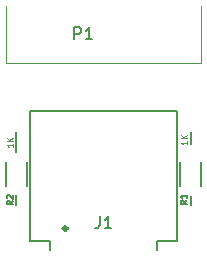
<source format=gbr>
G04 #@! TF.GenerationSoftware,KiCad,Pcbnew,(5.1.10-1-10_14)*
G04 #@! TF.CreationDate,2021-10-22T13:12:01-04:00*
G04 #@! TF.ProjectId,Extron Audio 3.5mm Adapter,45787472-6f6e-4204-9175-64696f20332e,1*
G04 #@! TF.SameCoordinates,Original*
G04 #@! TF.FileFunction,Legend,Top*
G04 #@! TF.FilePolarity,Positive*
%FSLAX46Y46*%
G04 Gerber Fmt 4.6, Leading zero omitted, Abs format (unit mm)*
G04 Created by KiCad (PCBNEW (5.1.10-1-10_14)) date 2021-10-22 13:12:01*
%MOMM*%
%LPD*%
G01*
G04 APERTURE LIST*
%ADD10C,0.127000*%
%ADD11C,0.125000*%
%ADD12C,0.340000*%
%ADD13C,0.120000*%
%ADD14C,0.150000*%
%ADD15C,0.131179*%
%ADD16O,2.717600X1.409600*%
%ADD17O,1.409600X2.717600*%
%ADD18C,1.301600*%
%ADD19C,1.851600*%
%ADD20C,1.601600*%
G04 APERTURE END LIST*
D10*
X152840000Y-117120000D02*
X152840000Y-117860000D01*
X138080000Y-117060000D02*
X138080000Y-117870000D01*
X138080000Y-111720000D02*
X138080000Y-113420000D01*
X152830000Y-111690000D02*
X152830000Y-112710000D01*
D11*
X137786190Y-112697142D02*
X137786190Y-112982857D01*
X137786190Y-112840000D02*
X137286190Y-112840000D01*
X137357619Y-112887619D01*
X137405238Y-112935238D01*
X137429047Y-112982857D01*
X137786190Y-112482857D02*
X137286190Y-112482857D01*
X137786190Y-112197142D02*
X137500476Y-112411428D01*
X137286190Y-112197142D02*
X137571904Y-112482857D01*
X152526190Y-112447142D02*
X152526190Y-112732857D01*
X152526190Y-112590000D02*
X152026190Y-112590000D01*
X152097619Y-112637619D01*
X152145238Y-112685238D01*
X152169047Y-112732857D01*
X152526190Y-112232857D02*
X152026190Y-112232857D01*
X152526190Y-111947142D02*
X152240476Y-112161428D01*
X152026190Y-111947142D02*
X152311904Y-112232857D01*
D10*
X139260000Y-109900000D02*
X151660000Y-109900000D01*
X151660000Y-109900000D02*
X151660000Y-120900000D01*
X139260000Y-109900000D02*
X139260000Y-120900000D01*
X139260000Y-120900000D02*
X140960000Y-120900000D01*
X149960000Y-120900000D02*
X151660000Y-120900000D01*
X140960000Y-120900000D02*
X140960000Y-121700000D01*
X149960000Y-120900000D02*
X149960000Y-121700000D01*
D12*
X142390000Y-119870000D02*
G75*
G03*
X142390000Y-119870000I-170000J0D01*
G01*
D13*
X153690000Y-101050000D02*
X153690000Y-105900000D01*
X153690000Y-105900000D02*
X137230000Y-105900000D01*
X137230000Y-105900000D02*
X137230000Y-101050000D01*
D10*
X153720000Y-114260000D02*
X153720000Y-116260000D01*
X151940000Y-114260000D02*
X151940000Y-116260000D01*
X138960000Y-114240000D02*
X138960000Y-116240000D01*
X137180000Y-114240000D02*
X137180000Y-116240000D01*
D14*
X145136532Y-118842160D02*
X145136532Y-119556733D01*
X145088894Y-119699648D01*
X144993618Y-119794924D01*
X144850703Y-119842562D01*
X144755427Y-119842562D01*
X146136934Y-119842562D02*
X145565276Y-119842562D01*
X145851105Y-119842562D02*
X145851105Y-118842160D01*
X145755829Y-118985075D01*
X145660552Y-119080351D01*
X145565276Y-119127989D01*
X143001904Y-103842380D02*
X143001904Y-102842380D01*
X143382857Y-102842380D01*
X143478095Y-102890000D01*
X143525714Y-102937619D01*
X143573333Y-103032857D01*
X143573333Y-103175714D01*
X143525714Y-103270952D01*
X143478095Y-103318571D01*
X143382857Y-103366190D01*
X143001904Y-103366190D01*
X144525714Y-103842380D02*
X143954285Y-103842380D01*
X144240000Y-103842380D02*
X144240000Y-102842380D01*
X144144761Y-102985238D01*
X144049523Y-103080476D01*
X143954285Y-103128095D01*
D15*
X152507371Y-117497452D02*
X152257506Y-117672358D01*
X152507371Y-117797290D02*
X151982655Y-117797290D01*
X151982655Y-117597398D01*
X152007642Y-117547425D01*
X152032628Y-117522439D01*
X152082601Y-117497452D01*
X152157560Y-117497452D01*
X152207533Y-117522439D01*
X152232520Y-117547425D01*
X152257506Y-117597398D01*
X152257506Y-117797290D01*
X152507371Y-116997723D02*
X152507371Y-117297560D01*
X152507371Y-117147642D02*
X151982655Y-117147642D01*
X152057614Y-117197614D01*
X152107587Y-117247587D01*
X152132574Y-117297560D01*
X137797371Y-117517452D02*
X137547506Y-117692358D01*
X137797371Y-117817290D02*
X137272655Y-117817290D01*
X137272655Y-117617398D01*
X137297642Y-117567425D01*
X137322628Y-117542439D01*
X137372601Y-117517452D01*
X137447560Y-117517452D01*
X137497533Y-117542439D01*
X137522520Y-117567425D01*
X137547506Y-117617398D01*
X137547506Y-117817290D01*
X137322628Y-117317560D02*
X137297642Y-117292574D01*
X137272655Y-117242601D01*
X137272655Y-117117669D01*
X137297642Y-117067696D01*
X137322628Y-117042709D01*
X137372601Y-117017723D01*
X137422574Y-117017723D01*
X137497533Y-117042709D01*
X137797371Y-117342547D01*
X137797371Y-117017723D01*
%LPC*%
D16*
X145460000Y-117400000D03*
D17*
X150460000Y-112400000D03*
X140460000Y-112400000D03*
D18*
X140460000Y-119900000D03*
X140460000Y-117400000D03*
X145460000Y-112400000D03*
X150460000Y-119900000D03*
X150460000Y-117400000D03*
D19*
X138460000Y-102190000D03*
X141960000Y-102190000D03*
X145460000Y-102190000D03*
X148960000Y-102190000D03*
X152460000Y-102190000D03*
X138460000Y-104690000D03*
X141960000Y-104690000D03*
X145460000Y-104690000D03*
X148960000Y-104690000D03*
X152460000Y-104690000D03*
G36*
G01*
X152267488Y-113774200D02*
X153392512Y-113774200D01*
G75*
G02*
X153590800Y-113972488I0J-198288D01*
G01*
X153590800Y-114677512D01*
G75*
G02*
X153392512Y-114875800I-198288J0D01*
G01*
X152267488Y-114875800D01*
G75*
G02*
X152069200Y-114677512I0J198288D01*
G01*
X152069200Y-113972488D01*
G75*
G02*
X152267488Y-113774200I198288J0D01*
G01*
G37*
G36*
G01*
X152267488Y-115644200D02*
X153392512Y-115644200D01*
G75*
G02*
X153590800Y-115842488I0J-198288D01*
G01*
X153590800Y-116547512D01*
G75*
G02*
X153392512Y-116745800I-198288J0D01*
G01*
X152267488Y-116745800D01*
G75*
G02*
X152069200Y-116547512I0J198288D01*
G01*
X152069200Y-115842488D01*
G75*
G02*
X152267488Y-115644200I198288J0D01*
G01*
G37*
G36*
G01*
X137507488Y-113754200D02*
X138632512Y-113754200D01*
G75*
G02*
X138830800Y-113952488I0J-198288D01*
G01*
X138830800Y-114657512D01*
G75*
G02*
X138632512Y-114855800I-198288J0D01*
G01*
X137507488Y-114855800D01*
G75*
G02*
X137309200Y-114657512I0J198288D01*
G01*
X137309200Y-113952488D01*
G75*
G02*
X137507488Y-113754200I198288J0D01*
G01*
G37*
G36*
G01*
X137507488Y-115624200D02*
X138632512Y-115624200D01*
G75*
G02*
X138830800Y-115822488I0J-198288D01*
G01*
X138830800Y-116527512D01*
G75*
G02*
X138632512Y-116725800I-198288J0D01*
G01*
X137507488Y-116725800D01*
G75*
G02*
X137309200Y-116527512I0J198288D01*
G01*
X137309200Y-115822488D01*
G75*
G02*
X137507488Y-115624200I198288J0D01*
G01*
G37*
D20*
X152830000Y-118790000D03*
X152830000Y-110790000D03*
X138080000Y-118800000D03*
X138080000Y-110800000D03*
M02*

</source>
